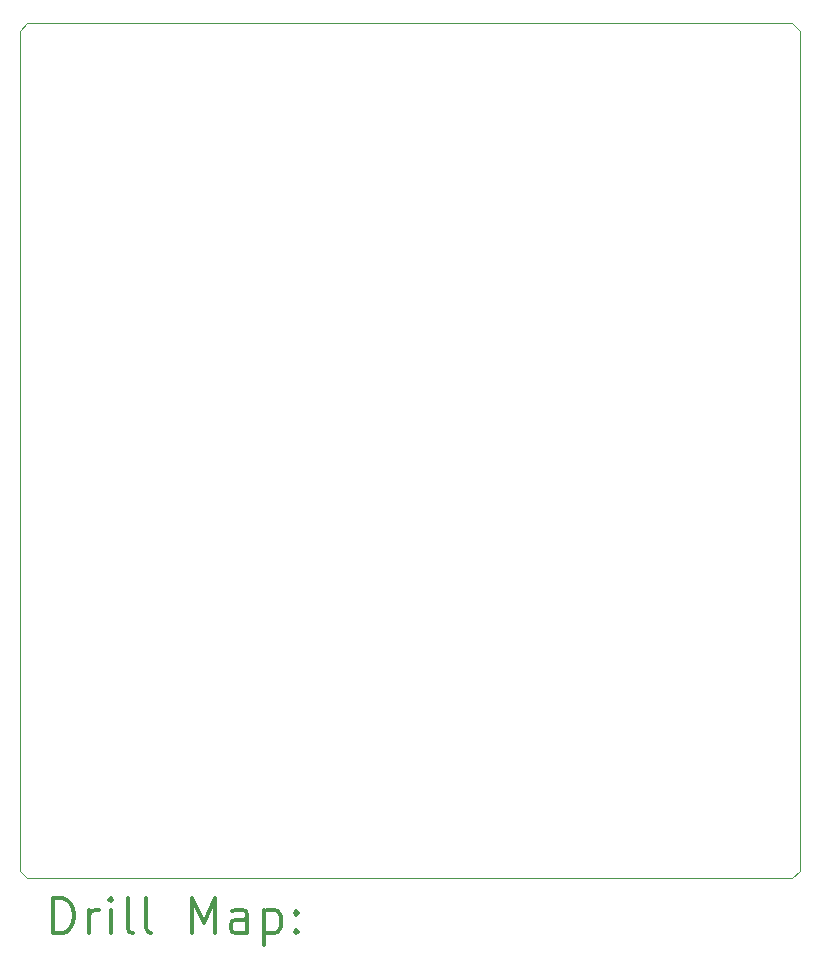
<source format=gbr>
%FSLAX45Y45*%
G04 Gerber Fmt 4.5, Leading zero omitted, Abs format (unit mm)*
G04 Created by KiCad (PCBNEW (5.1.5)-3) date 2020-09-30 13:47:15*
%MOMM*%
%LPD*%
G04 APERTURE LIST*
%TA.AperFunction,Profile*%
%ADD10C,0.050000*%
%TD*%
%ADD11C,0.200000*%
%ADD12C,0.300000*%
G04 APERTURE END LIST*
D10*
X10795000Y-4000500D02*
X10858500Y-4064000D01*
X4318000Y-11239500D02*
X4254500Y-11176000D01*
X4318000Y-4000500D02*
X4254500Y-4064000D01*
X10795000Y-11239500D02*
X10858500Y-11176000D01*
X10795000Y-11239500D02*
X4318000Y-11239500D01*
X10858500Y-4064000D02*
X10858500Y-11176000D01*
X4318000Y-4000500D02*
X10795000Y-4000500D01*
X4254500Y-11176000D02*
X4254500Y-4064000D01*
D11*
D12*
X4538428Y-11707714D02*
X4538428Y-11407714D01*
X4609857Y-11407714D01*
X4652714Y-11422000D01*
X4681286Y-11450571D01*
X4695571Y-11479143D01*
X4709857Y-11536286D01*
X4709857Y-11579143D01*
X4695571Y-11636286D01*
X4681286Y-11664857D01*
X4652714Y-11693429D01*
X4609857Y-11707714D01*
X4538428Y-11707714D01*
X4838428Y-11707714D02*
X4838428Y-11507714D01*
X4838428Y-11564857D02*
X4852714Y-11536286D01*
X4867000Y-11522000D01*
X4895571Y-11507714D01*
X4924143Y-11507714D01*
X5024143Y-11707714D02*
X5024143Y-11507714D01*
X5024143Y-11407714D02*
X5009857Y-11422000D01*
X5024143Y-11436286D01*
X5038428Y-11422000D01*
X5024143Y-11407714D01*
X5024143Y-11436286D01*
X5209857Y-11707714D02*
X5181286Y-11693429D01*
X5167000Y-11664857D01*
X5167000Y-11407714D01*
X5367000Y-11707714D02*
X5338428Y-11693429D01*
X5324143Y-11664857D01*
X5324143Y-11407714D01*
X5709857Y-11707714D02*
X5709857Y-11407714D01*
X5809857Y-11622000D01*
X5909857Y-11407714D01*
X5909857Y-11707714D01*
X6181286Y-11707714D02*
X6181286Y-11550571D01*
X6167000Y-11522000D01*
X6138428Y-11507714D01*
X6081286Y-11507714D01*
X6052714Y-11522000D01*
X6181286Y-11693429D02*
X6152714Y-11707714D01*
X6081286Y-11707714D01*
X6052714Y-11693429D01*
X6038428Y-11664857D01*
X6038428Y-11636286D01*
X6052714Y-11607714D01*
X6081286Y-11593429D01*
X6152714Y-11593429D01*
X6181286Y-11579143D01*
X6324143Y-11507714D02*
X6324143Y-11807714D01*
X6324143Y-11522000D02*
X6352714Y-11507714D01*
X6409857Y-11507714D01*
X6438428Y-11522000D01*
X6452714Y-11536286D01*
X6467000Y-11564857D01*
X6467000Y-11650571D01*
X6452714Y-11679143D01*
X6438428Y-11693429D01*
X6409857Y-11707714D01*
X6352714Y-11707714D01*
X6324143Y-11693429D01*
X6595571Y-11679143D02*
X6609857Y-11693429D01*
X6595571Y-11707714D01*
X6581286Y-11693429D01*
X6595571Y-11679143D01*
X6595571Y-11707714D01*
X6595571Y-11522000D02*
X6609857Y-11536286D01*
X6595571Y-11550571D01*
X6581286Y-11536286D01*
X6595571Y-11522000D01*
X6595571Y-11550571D01*
M02*

</source>
